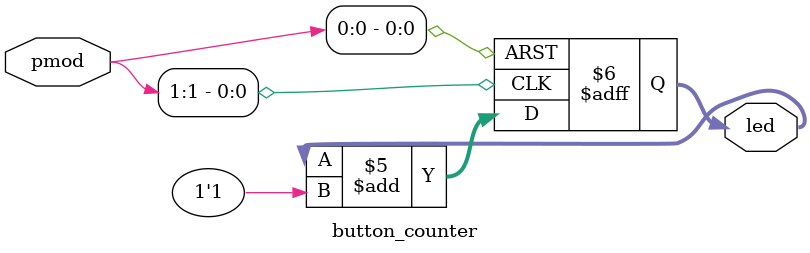
<source format=v>
module button_counter (

	// Inputs
	input			wire  [1:0]		pmod,
	
	// Outputs
	output		reg	[3:0]		led
);


	wire rst;
	wire clk;
	
	// Reset is the inverse of the first button
	assign rst = ~pmod[0];
	
	// Clock signal is the inverse of the second button
	assign clk = ~pmod[1];
	
	// Count up on clock rising edge or reset on button push
	always @ (posedge clk or posedge rst) begin
		if (rst == 1'b1) begin
			led <= 4'b0;
		end else begin
			led <= led + 1'b1;
		end
	end
endmodule
</source>
